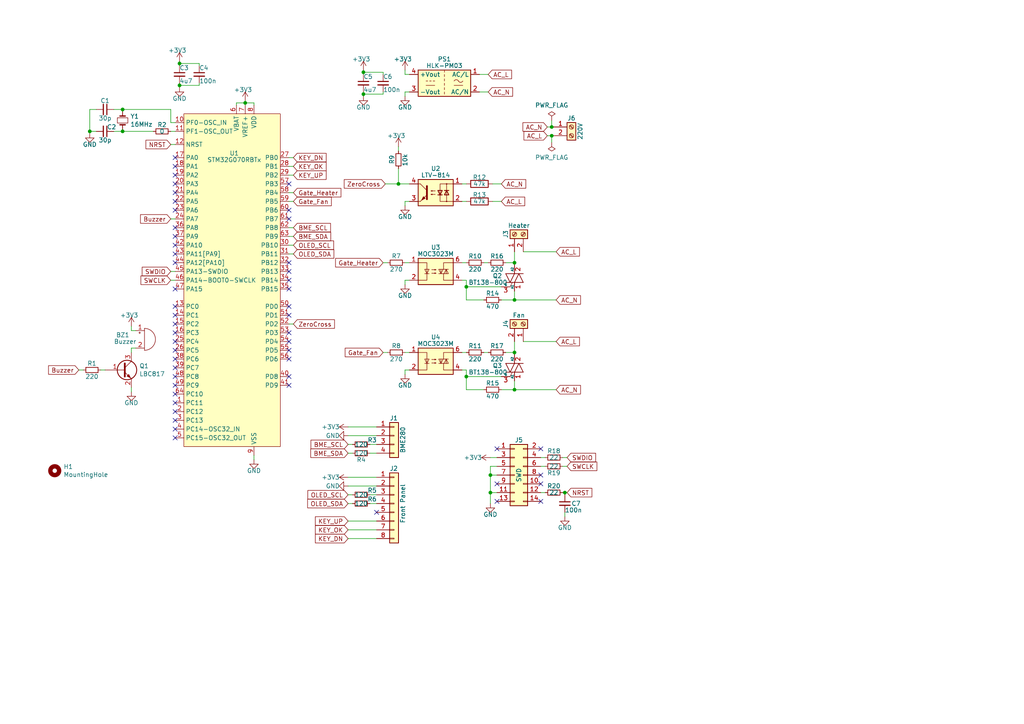
<source format=kicad_sch>
(kicad_sch (version 20230121) (generator eeschema)
  (paper "A4")
  (lib_symbols
    (symbol "Connector:Screw_Terminal_01x02" (pin_names (offset 1.016) hide)
      (property "Reference" "J" (at 0 2.54 0))
      (property "Value" "Screw_Terminal_01x02" (at 0 -5.08 0))
      (symbol "Screw_Terminal_01x02_1_1"
        (rectangle (start -1.27 1.27) (end 1.27 -3.81) (stroke (width 0.254)) (fill (type background)))
        (circle (center 0 -2.54) (radius 0.635) (stroke (width 0.1524)))
        (polyline (pts (xy -0.5334 -2.2098) (xy 0.3302 -3.048)) (stroke (width 0.1524)))
        (polyline (pts (xy -0.5334 0.3302) (xy 0.3302 -0.508)) (stroke (width 0.1524)))
        (polyline (pts (xy -0.3556 -2.032) (xy 0.508 -2.8702)) (stroke (width 0.1524)))
        (polyline (pts (xy -0.3556 0.508) (xy 0.508 -0.3302)) (stroke (width 0.1524)))
        (circle (center 0 0) (radius 0.635) (stroke (width 0.1524)))
        (pin passive line (at -5.08 0 0) (length 3.81) (name "Pin_1") (number "1"))
        (pin passive line (at -5.08 -2.54 0) (length 3.81) (name "Pin_2") (number "2"))
      )
    )
    (symbol "Connector_Generic:Conn_01x04" (pin_names (offset 1.016) hide)
      (property "Reference" "J" (at 0 5.08 0))
      (property "Value" "Conn_01x04" (at 0 -7.62 0))
      (symbol "Conn_01x04_1_1"
        (rectangle (start -1.27 -4.953) (end 0 -5.207) (stroke (width 0.1524)))
        (rectangle (start -1.27 -2.413) (end 0 -2.667) (stroke (width 0.1524)))
        (rectangle (start -1.27 0.127) (end 0 -0.127) (stroke (width 0.1524)))
        (rectangle (start -1.27 2.667) (end 0 2.413) (stroke (width 0.1524)))
        (rectangle (start -1.27 3.81) (end 1.27 -6.35) (stroke (width 0.254)) (fill (type background)))
        (pin passive line (at -5.08 2.54 0) (length 3.81) (name "Pin_1") (number "1"))
        (pin passive line (at -5.08 0 0) (length 3.81) (name "Pin_2") (number "2"))
        (pin passive line (at -5.08 -2.54 0) (length 3.81) (name "Pin_3") (number "3"))
        (pin passive line (at -5.08 -5.08 0) (length 3.81) (name "Pin_4") (number "4"))
      )
    )
    (symbol "Connector_Generic:Conn_01x08" (pin_names (offset 1.016) hide)
      (property "Reference" "J" (at 0 10.16 0))
      (property "Value" "Conn_01x08" (at 0 -12.7 0))
      (symbol "Conn_01x08_1_1"
        (rectangle (start -1.27 -10.033) (end 0 -10.287) (stroke (width 0.1524)))
        (rectangle (start -1.27 -7.493) (end 0 -7.747) (stroke (width 0.1524)))
        (rectangle (start -1.27 -4.953) (end 0 -5.207) (stroke (width 0.1524)))
        (rectangle (start -1.27 -2.413) (end 0 -2.667) (stroke (width 0.1524)))
        (rectangle (start -1.27 0.127) (end 0 -0.127) (stroke (width 0.1524)))
        (rectangle (start -1.27 2.667) (end 0 2.413) (stroke (width 0.1524)))
        (rectangle (start -1.27 5.207) (end 0 4.953) (stroke (width 0.1524)))
        (rectangle (start -1.27 7.747) (end 0 7.493) (stroke (width 0.1524)))
        (rectangle (start -1.27 8.89) (end 1.27 -11.43) (stroke (width 0.254)) (fill (type background)))
        (pin passive line (at -5.08 7.62 0) (length 3.81) (name "Pin_1") (number "1"))
        (pin passive line (at -5.08 5.08 0) (length 3.81) (name "Pin_2") (number "2"))
        (pin passive line (at -5.08 2.54 0) (length 3.81) (name "Pin_3") (number "3"))
        (pin passive line (at -5.08 0 0) (length 3.81) (name "Pin_4") (number "4"))
        (pin passive line (at -5.08 -2.54 0) (length 3.81) (name "Pin_5") (number "5"))
        (pin passive line (at -5.08 -5.08 0) (length 3.81) (name "Pin_6") (number "6"))
        (pin passive line (at -5.08 -7.62 0) (length 3.81) (name "Pin_7") (number "7"))
        (pin passive line (at -5.08 -10.16 0) (length 3.81) (name "Pin_8") (number "8"))
      )
    )
    (symbol "Connector_Generic:Conn_02x07_Odd_Even" (pin_names (offset 1.016) hide)
      (property "Reference" "J" (at 1.27 10.16 0))
      (property "Value" "Conn_02x07_Odd_Even" (at 1.27 -10.16 0))
      (symbol "Conn_02x07_Odd_Even_1_1"
        (rectangle (start -1.27 -7.493) (end 0 -7.747) (stroke (width 0.1524)))
        (rectangle (start -1.27 -4.953) (end 0 -5.207) (stroke (width 0.1524)))
        (rectangle (start -1.27 -2.413) (end 0 -2.667) (stroke (width 0.1524)))
        (rectangle (start -1.27 0.127) (end 0 -0.127) (stroke (width 0.1524)))
        (rectangle (start -1.27 2.667) (end 0 2.413) (stroke (width 0.1524)))
        (rectangle (start -1.27 5.207) (end 0 4.953) (stroke (width 0.1524)))
        (rectangle (start -1.27 7.747) (end 0 7.493) (stroke (width 0.1524)))
        (rectangle (start -1.27 8.89) (end 3.81 -8.89) (stroke (width 0.254)) (fill (type background)))
        (rectangle (start 3.81 -7.493) (end 2.54 -7.747) (stroke (width 0.1524)))
        (rectangle (start 3.81 -4.953) (end 2.54 -5.207) (stroke (width 0.1524)))
        (rectangle (start 3.81 -2.413) (end 2.54 -2.667) (stroke (width 0.1524)))
        (rectangle (start 3.81 0.127) (end 2.54 -0.127) (stroke (width 0.1524)))
        (rectangle (start 3.81 2.667) (end 2.54 2.413) (stroke (width 0.1524)))
        (rectangle (start 3.81 5.207) (end 2.54 4.953) (stroke (width 0.1524)))
        (rectangle (start 3.81 7.747) (end 2.54 7.493) (stroke (width 0.1524)))
        (pin passive line (at -5.08 7.62 0) (length 3.81) (name "Pin_1") (number "1"))
        (pin passive line (at 7.62 -2.54 180) (length 3.81) (name "Pin_10") (number "10"))
        (pin passive line (at -5.08 -5.08 0) (length 3.81) (name "Pin_11") (number "11"))
        (pin passive line (at 7.62 -5.08 180) (length 3.81) (name "Pin_12") (number "12"))
        (pin passive line (at -5.08 -7.62 0) (length 3.81) (name "Pin_13") (number "13"))
        (pin passive line (at 7.62 -7.62 180) (length 3.81) (name "Pin_14") (number "14"))
        (pin passive line (at 7.62 7.62 180) (length 3.81) (name "Pin_2") (number "2"))
        (pin passive line (at -5.08 5.08 0) (length 3.81) (name "Pin_3") (number "3"))
        (pin passive line (at 7.62 5.08 180) (length 3.81) (name "Pin_4") (number "4"))
        (pin passive line (at -5.08 2.54 0) (length 3.81) (name "Pin_5") (number "5"))
        (pin passive line (at 7.62 2.54 180) (length 3.81) (name "Pin_6") (number "6"))
        (pin passive line (at -5.08 0 0) (length 3.81) (name "Pin_7") (number "7"))
        (pin passive line (at 7.62 0 180) (length 3.81) (name "Pin_8") (number "8"))
        (pin passive line (at -5.08 -2.54 0) (length 3.81) (name "Pin_9") (number "9"))
      )
    )
    (symbol "Converter_ACDC:HLK-PM03"
      (property "Reference" "PS" (at 0 5.08 0))
      (property "Value" "HLK-PM03" (at 0 -5.08 0))
      (symbol "HLK-PM03_0_1"
        (rectangle (start -7.62 3.81) (end 7.62 -3.81) (stroke (width 0.254)) (fill (type background)))
        (arc (start -5.334 0.635) (mid -4.699 0.2495) (end -4.064 0.635))
        (arc (start -2.794 0.635) (mid -3.429 1.0072) (end -4.064 0.635))
        (polyline (pts (xy -5.334 -0.635) (xy -2.794 -0.635)))
        (polyline (pts (xy 0 -2.54) (xy 0 -3.175)))
        (polyline (pts (xy 0 -1.27) (xy 0 -1.905)))
        (polyline (pts (xy 0 0) (xy 0 -0.635)))
        (polyline (pts (xy 0 1.27) (xy 0 0.635)))
        (polyline (pts (xy 0 2.54) (xy 0 1.905)))
        (polyline (pts (xy 0 3.81) (xy 0 3.175)))
        (polyline (pts (xy 2.794 -0.635) (xy 5.334 -0.635)))
        (polyline (pts (xy 2.794 0.635) (xy 3.302 0.635)))
        (polyline (pts (xy 3.81 0.635) (xy 4.318 0.635)))
        (polyline (pts (xy 4.826 0.635) (xy 5.334 0.635)))
      )
      (symbol "HLK-PM03_1_1"
        (pin power_in line (at -10.16 2.54 0) (length 2.54) (name "AC/L") (number "1"))
        (pin power_in line (at -10.16 -2.54 0) (length 2.54) (name "AC/N") (number "2"))
        (pin power_out line (at 10.16 -2.54 180) (length 2.54) (name "-Vout") (number "3"))
        (pin power_out line (at 10.16 2.54 180) (length 2.54) (name "+Vout") (number "4"))
      )
    )
    (symbol "Device:Buzzer" (pin_names (offset 0.0254) hide)
      (property "Reference" "BZ" (at 3.81 1.27 0))
      (property "Value" "Buzzer" (at 3.81 -1.27 0))
      (symbol "Buzzer_0_1"
        (arc (start 0 -3.175) (mid 3.1612 0) (end 0 3.175))
        (polyline (pts (xy -1.651 1.905) (xy -1.143 1.905)))
        (polyline (pts (xy -1.397 2.159) (xy -1.397 1.651)))
        (polyline (pts (xy 0 3.175) (xy 0 -3.175)))
      )
      (symbol "Buzzer_1_1"
        (pin passive line (at -2.54 2.54 0) (length 2.54) (name "-") (number "1"))
        (pin passive line (at -2.54 -2.54 0) (length 2.54) (name "+") (number "2"))
      )
    )
    (symbol "Device:C_Small" (pin_numbers hide) (pin_names (offset 0.254) hide)
      (property "Reference" "C" (at 0.254 1.778 0))
      (property "Value" "C_Small" (at 0.254 -2.032 0))
      (symbol "C_Small_0_1"
        (polyline (pts (xy -1.524 -0.508) (xy 1.524 -0.508)) (stroke (width 0.3302)))
        (polyline (pts (xy -1.524 0.508) (xy 1.524 0.508)) (stroke (width 0.3048)))
      )
      (symbol "C_Small_1_1"
        (pin passive line (at 0 2.54 270) (length 2.032) (name "~") (number "1"))
        (pin passive line (at 0 -2.54 90) (length 2.032) (name "~") (number "2"))
      )
    )
    (symbol "Device:Crystal_Small" (pin_numbers hide) (pin_names (offset 1.016) hide)
      (property "Reference" "Y" (at 0 2.54 0))
      (property "Value" "Crystal_Small" (at 0 -2.54 0))
      (symbol "Crystal_Small_0_1"
        (rectangle (start -0.762 -1.524) (end 0.762 1.524))
        (polyline (pts (xy -1.27 -0.762) (xy -1.27 0.762)) (stroke (width 0.381)))
        (polyline (pts (xy 1.27 -0.762) (xy 1.27 0.762)) (stroke (width 0.381)))
      )
      (symbol "Crystal_Small_1_1"
        (pin passive line (at -2.54 0 0) (length 1.27) (name "1") (number "1"))
        (pin passive line (at 2.54 0 180) (length 1.27) (name "2") (number "2"))
      )
    )
    (symbol "Device:Q_NPN_BEC" (pin_names (offset 0) hide)
      (property "Reference" "Q" (at 5.08 1.27 0))
      (property "Value" "Q_NPN_BEC" (at 5.08 -1.27 0))
      (symbol "Q_NPN_BEC_0_1"
        (polyline (pts (xy 0.635 0.635) (xy 2.54 2.54)))
        (polyline (pts (xy 0.635 -0.635) (xy 2.54 -2.54) (xy 2.54 -2.54)))
        (polyline (pts (xy 0.635 1.905) (xy 0.635 -1.905) (xy 0.635 -1.905)) (stroke (width 0.508)))
        (polyline (pts (xy 1.27 -1.778) (xy 1.778 -1.27) (xy 2.286 -2.286) (xy 1.27 -1.778) (xy 1.27 -1.778)) (fill (type outline)))
        (circle (center 1.27 0) (radius 2.8194) (stroke (width 0.254)))
      )
      (symbol "Q_NPN_BEC_1_1"
        (pin input line (at -5.08 0 0) (length 5.715) (name "B") (number "1"))
        (pin passive line (at 2.54 -5.08 90) (length 2.54) (name "E") (number "2"))
        (pin passive line (at 2.54 5.08 270) (length 2.54) (name "C") (number "3"))
      )
    )
    (symbol "Device:R" (pin_numbers hide) (pin_names (offset 0))
      (property "Reference" "R" (at 2.032 0 90))
      (property "Value" "R" (at 0 0 90))
      (symbol "R_0_1"
        (rectangle (start -1.016 -2.54) (end 1.016 2.54) (stroke (width 0.254)))
      )
      (symbol "R_1_1"
        (pin passive line (at 0 3.81 270) (length 1.27) (name "~") (number "1"))
        (pin passive line (at 0 -3.81 90) (length 1.27) (name "~") (number "2"))
      )
    )
    (symbol "Device:R_Small" (pin_numbers hide) (pin_names (offset 0.254) hide)
      (property "Reference" "R" (at 0.762 0.508 0))
      (property "Value" "R_Small" (at 0.762 -1.016 0))
      (symbol "R_Small_0_1"
        (rectangle (start -0.762 1.778) (end 0.762 -1.778) (stroke (width 0.2032)))
      )
      (symbol "R_Small_1_1"
        (pin passive line (at 0 2.54 270) (length 0.762) (name "~") (number "1"))
        (pin passive line (at 0 -2.54 90) (length 0.762) (name "~") (number "2"))
      )
    )
    (symbol "Isolator:LTV-814" (pin_names (offset 1.016))
      (property "Reference" "U" (at -5.08 5.08 0))
      (property "Value" "LTV-814" (at 0 5.08 0))
      (symbol "LTV-814_0_1"
        (rectangle (start -5.08 3.81) (end 5.08 -3.81) (stroke (width 0.254)) (fill (type background)))
        (circle (center -3.175 -2.54) (radius 0.127))
        (circle (center -3.175 2.54) (radius 0.127))
        (polyline (pts (xy -3.175 2.54) (xy -3.175 -2.54)))
        (polyline (pts (xy -1.905 -0.635) (xy -0.635 -0.635)) (stroke (width 0.254)))
        (polyline (pts (xy 2.54 0.635) (xy 4.445 2.54)))
        (polyline (pts (xy 4.445 -2.54) (xy 2.54 -0.635)) (fill (type outline)))
        (polyline (pts (xy 4.445 -2.54) (xy 5.08 -2.54)))
        (polyline (pts (xy 4.445 2.54) (xy 5.08 2.54)))
        (polyline (pts (xy -5.08 2.54) (xy -1.27 2.54) (xy -1.27 -0.762)))
        (polyline (pts (xy -1.27 -0.635) (xy -1.27 -2.54) (xy -5.08 -2.54)))
        (polyline (pts (xy 2.54 1.905) (xy 2.54 -1.905) (xy 2.54 -1.905)) (stroke (width 0.508)))
        (polyline (pts (xy -1.27 -0.635) (xy -1.905 0.635) (xy -0.635 0.635) (xy -1.27 -0.635)) (stroke (width 0.254)))
        (polyline (pts (xy 0.127 -0.508) (xy 1.397 -0.508) (xy 1.016 -0.635) (xy 1.016 -0.381) (xy 1.397 -0.508)))
        (polyline (pts (xy 0.127 0.508) (xy 1.397 0.508) (xy 1.016 0.381) (xy 1.016 0.635) (xy 1.397 0.508)))
        (polyline (pts (xy 3.048 -1.651) (xy 3.556 -1.143) (xy 4.064 -2.159) (xy 3.048 -1.651) (xy 3.048 -1.651)) (fill (type outline)))
      )
      (symbol "LTV-814_1_1"
        (polyline (pts (xy -3.81 0.635) (xy -2.54 0.635)) (stroke (width 0.254)))
        (polyline (pts (xy -3.175 0.635) (xy -3.81 -0.635) (xy -2.54 -0.635) (xy -3.175 0.635)) (stroke (width 0.254)))
        (pin passive line (at -7.62 2.54 0) (length 2.54) (name "~") (number "1"))
        (pin passive line (at -7.62 -2.54 0) (length 2.54) (name "~") (number "2"))
        (pin passive line (at 7.62 -2.54 180) (length 2.54) (name "~") (number "3"))
        (pin passive line (at 7.62 2.54 180) (length 2.54) (name "~") (number "4"))
      )
    )
    (symbol "Mechanical:MountingHole" (pin_names (offset 1.016))
      (property "Reference" "H" (at 0 5.08 0))
      (property "Value" "MountingHole" (at 0 3.175 0))
      (symbol "MountingHole_0_1"
        (circle (center 0 0) (radius 1.27) (stroke (width 1.27)))
      )
    )
    (symbol "Relay_SolidState:MOC3023M"
      (property "Reference" "U" (at -5.334 4.826 0))
      (property "Value" "MOC3023M" (at 0 5.08 0))
      (symbol "MOC3023M_0_1"
        (rectangle (start -5.08 3.81) (end 5.08 -3.81) (stroke (width 0.254)) (fill (type background)))
        (polyline (pts (xy -3.175 -0.635) (xy -1.905 -0.635)))
        (polyline (pts (xy 1.524 -0.635) (xy 1.524 0.635)))
        (polyline (pts (xy 3.048 0.635) (xy 3.048 -0.635)))
        (polyline (pts (xy 2.286 -0.635) (xy 2.286 -2.54) (xy 5.08 -2.54)))
        (polyline (pts (xy 2.286 0.635) (xy 2.286 2.54) (xy 5.08 2.54)))
        (polyline (pts (xy -5.08 2.54) (xy -2.54 2.54) (xy -2.54 -2.54) (xy -5.08 -2.54)))
        (polyline (pts (xy -2.54 -0.635) (xy -3.175 0.635) (xy -1.905 0.635) (xy -2.54 -0.635)))
        (polyline (pts (xy 0.889 -0.635) (xy 3.683 -0.635) (xy 3.048 0.635) (xy 2.413 -0.635)))
        (polyline (pts (xy 3.683 0.635) (xy 0.889 0.635) (xy 1.524 -0.635) (xy 2.159 0.635)))
        (polyline (pts (xy -1.143 -0.508) (xy 0.127 -0.508) (xy -0.254 -0.635) (xy -0.254 -0.381) (xy 0.127 -0.508)))
        (polyline (pts (xy -1.143 0.508) (xy 0.127 0.508) (xy -0.254 0.381) (xy -0.254 0.635) (xy 0.127 0.508)))
      )
      (symbol "MOC3023M_1_1"
        (pin passive line (at -7.62 2.54 0) (length 2.54) (name "~") (number "1"))
        (pin passive line (at -7.62 -2.54 0) (length 2.54) (name "~") (number "2"))
        (pin no_connect line (at -5.08 0 0) (length 2.54) hide (name "NC") (number "3"))
        (pin passive line (at 7.62 -2.54 180) (length 2.54) (name "~") (number "4"))
        (pin no_connect line (at 5.08 0 180) (length 2.54) hide (name "NC") (number "5"))
        (pin passive line (at 7.62 2.54 180) (length 2.54) (name "~") (number "6"))
      )
    )
    (symbol "Triac_Thyristor:BT138-800" (pin_names (offset 0))
      (property "Reference" "Q" (at 5.08 1.905 0))
      (property "Value" "BT138-800" (at 5.08 0 0))
      (symbol "BT138-800_0_1"
        (polyline (pts (xy -2.54 -1.27) (xy 2.54 -1.27)) (stroke (width 0.2032)))
        (polyline (pts (xy -2.54 1.27) (xy 2.54 1.27)) (stroke (width 0.2032)))
        (polyline (pts (xy -1.27 -2.54) (xy -0.635 -1.27)))
        (polyline (pts (xy -2.54 1.27) (xy -1.27 -1.27) (xy 0 1.27)) (stroke (width 0.2032)))
        (polyline (pts (xy 0 -1.27) (xy 1.27 1.27) (xy 2.54 -1.27)) (stroke (width 0.2032)))
      )
      (symbol "BT138-800_1_1"
        (pin passive line (at 0 -3.81 90) (length 2.54) (name "A1") (number "1"))
        (pin passive line (at 0 3.81 270) (length 2.54) (name "A2") (number "2"))
        (pin input line (at -3.81 -2.54 0) (length 2.54) (name "G") (number "3"))
      )
    )
    (symbol "my_additions:STM32G070RBTx"
      (property "Reference" "U" (at -13.97 49.53 0))
      (property "Value" "STM32G070RBTx" (at -8.255 34.29 0))
      (symbol "STM32G070RBTx_0_1"
        (rectangle (start -13.97 48.26) (end 13.97 -48.26) (fill (type background)))
      )
      (symbol "STM32G070RBTx_1_1"
        (pin bidirectional line (at -16.51 -35.56 0) (length 2.54) (name "PC11") (number "1"))
        (pin bidirectional line (at -16.51 45.72 0) (length 2.54) (name "PF0-OSC_IN") (number "10"))
        (pin bidirectional line (at -16.51 43.18 0) (length 2.54) (name "PF1-OSC_OUT") (number "11"))
        (pin input line (at -16.51 39.37 0) (length 2.54) (name "NRST") (number "12"))
        (pin bidirectional line (at -16.51 -7.62 0) (length 2.54) (name "PC0") (number "13"))
        (pin bidirectional line (at -16.51 -10.16 0) (length 2.54) (name "PC1") (number "14"))
        (pin bidirectional line (at -16.51 -12.7 0) (length 2.54) (name "PC2") (number "15"))
        (pin bidirectional line (at -16.51 -15.24 0) (length 2.54) (name "PC3") (number "16"))
        (pin bidirectional line (at -16.51 35.56 0) (length 2.54) (name "PA0") (number "17"))
        (pin bidirectional line (at -16.51 33.02 0) (length 2.54) (name "PA1") (number "18"))
        (pin bidirectional line (at -16.51 30.48 0) (length 2.54) (name "PA2") (number "19"))
        (pin bidirectional line (at -16.51 -38.1 0) (length 2.54) (name "PC12") (number "2"))
        (pin bidirectional line (at -16.51 27.94 0) (length 2.54) (name "PA3") (number "20"))
        (pin bidirectional line (at -16.51 25.4 0) (length 2.54) (name "PA4") (number "21"))
        (pin bidirectional line (at -16.51 22.86 0) (length 2.54) (name "PA5") (number "22"))
        (pin bidirectional line (at -16.51 20.32 0) (length 2.54) (name "PA6") (number "23"))
        (pin bidirectional line (at -16.51 17.78 0) (length 2.54) (name "PA7") (number "24"))
        (pin bidirectional line (at -16.51 -17.78 0) (length 2.54) (name "PC4") (number "25"))
        (pin bidirectional line (at -16.51 -20.32 0) (length 2.54) (name "PC5") (number "26"))
        (pin bidirectional line (at 16.51 35.56 180) (length 2.54) (name "PB0") (number "27"))
        (pin bidirectional line (at 16.51 33.02 180) (length 2.54) (name "PB1") (number "28"))
        (pin bidirectional line (at 16.51 30.48 180) (length 2.54) (name "PB2") (number "29"))
        (pin bidirectional line (at -16.51 -40.64 0) (length 2.54) (name "PC13") (number "3"))
        (pin bidirectional line (at 16.51 10.16 180) (length 2.54) (name "PB10") (number "30"))
        (pin bidirectional line (at 16.51 7.62 180) (length 2.54) (name "PB11") (number "31"))
        (pin bidirectional line (at 16.51 5.08 180) (length 2.54) (name "PB12") (number "32"))
        (pin bidirectional line (at 16.51 2.54 180) (length 2.54) (name "PB13") (number "33"))
        (pin bidirectional line (at 16.51 0 180) (length 2.54) (name "PB14") (number "34"))
        (pin bidirectional line (at 16.51 -2.54 180) (length 2.54) (name "PB15") (number "35"))
        (pin bidirectional line (at -16.51 15.24 0) (length 2.54) (name "PA8") (number "36"))
        (pin bidirectional line (at -16.51 12.7 0) (length 2.54) (name "PA9") (number "37"))
        (pin bidirectional line (at -16.51 -22.86 0) (length 2.54) (name "PC6") (number "38"))
        (pin bidirectional line (at -16.51 -25.4 0) (length 2.54) (name "PC7") (number "39"))
        (pin bidirectional line (at -16.51 -43.18 0) (length 2.54) (name "PC14-OSC32_IN") (number "4"))
        (pin bidirectional line (at 16.51 -27.94 180) (length 2.54) (name "PD8") (number "40"))
        (pin bidirectional line (at 16.51 -30.48 180) (length 2.54) (name "PD9") (number "41"))
        (pin bidirectional line (at -16.51 10.16 0) (length 2.54) (name "PA10") (number "42"))
        (pin bidirectional line (at -16.51 7.62 0) (length 2.54) (name "PA11[PA9]") (number "43"))
        (pin bidirectional line (at -16.51 5.08 0) (length 2.54) (name "PA12[PA10]") (number "44"))
        (pin bidirectional line (at -16.51 2.54 0) (length 2.54) (name "PA13-SWDIO") (number "45"))
        (pin bidirectional line (at -16.51 0 0) (length 2.54) (name "PA14-BOOT0-SWCLK") (number "46"))
        (pin bidirectional line (at -16.51 -2.54 0) (length 2.54) (name "PA15") (number "47"))
        (pin bidirectional line (at -16.51 -27.94 0) (length 2.54) (name "PC8") (number "48"))
        (pin bidirectional line (at -16.51 -30.48 0) (length 2.54) (name "PC9") (number "49"))
        (pin bidirectional line (at -16.51 -45.72 0) (length 2.54) (name "PC15-OSC32_OUT") (number "5"))
        (pin bidirectional line (at 16.51 -7.62 180) (length 2.54) (name "PD0") (number "50"))
        (pin bidirectional line (at 16.51 -10.16 180) (length 2.54) (name "PD1") (number "51"))
        (pin bidirectional line (at 16.51 -12.7 180) (length 2.54) (name "PD2") (number "52"))
        (pin bidirectional line (at 16.51 -15.24 180) (length 2.54) (name "PD3") (number "53"))
        (pin bidirectional line (at 16.51 -17.78 180) (length 2.54) (name "PD4") (number "54"))
        (pin bidirectional line (at 16.51 -20.32 180) (length 2.54) (name "PD5") (number "55"))
        (pin bidirectional line (at 16.51 -22.86 180) (length 2.54) (name "PD6") (number "56"))
        (pin bidirectional line (at 16.51 27.94 180) (length 2.54) (name "PB3") (number "57"))
        (pin bidirectional line (at 16.51 25.4 180) (length 2.54) (name "PB4") (number "58"))
        (pin bidirectional line (at 16.51 22.86 180) (length 2.54) (name "PB5") (number "59"))
        (pin power_in line (at 1.27 50.8 270) (length 2.54) (name "VBAT") (number "6"))
        (pin bidirectional line (at 16.51 20.32 180) (length 2.54) (name "PB6") (number "60"))
        (pin bidirectional line (at 16.51 17.78 180) (length 2.54) (name "PB7") (number "61"))
        (pin bidirectional line (at 16.51 15.24 180) (length 2.54) (name "PB8") (number "62"))
        (pin bidirectional line (at 16.51 12.7 180) (length 2.54) (name "PB9") (number "63"))
        (pin bidirectional line (at -16.51 -33.02 0) (length 2.54) (name "PC10") (number "64"))
        (pin input line (at 3.81 50.8 270) (length 2.54) (name "VREF+") (number "7"))
        (pin power_in line (at 6.35 50.8 270) (length 2.54) (name "VDD") (number "8"))
        (pin power_in line (at 6.35 -50.8 90) (length 2.54) (name "VSS") (number "9"))
      )
    )
    (symbol "power:+3V3" (power) (pin_names (offset 0))
      (property "Value" "+3V3" (at 0 3.556 0))
      (symbol "+3V3_0_1"
        (polyline (pts (xy -0.762 1.27) (xy 0 2.54)))
        (polyline (pts (xy 0 0) (xy 0 2.54)))
        (polyline (pts (xy 0 2.54) (xy 0.762 1.27)))
      )
      (symbol "+3V3_1_1"
        (pin power_in line (at 0 0 90) (length 0) hide (name "+3V3") (number "1"))
      )
    )
    (symbol "power:GND" (power) (pin_names (offset 0))
      (property "Value" "GND" (at 0 -3.81 0))
      (symbol "GND_0_1"
        (polyline (pts (xy 0 0) (xy 0 -1.27) (xy 1.27 -1.27) (xy 0 -2.54) (xy -1.27 -1.27) (xy 0 -1.27)))
      )
      (symbol "GND_1_1"
        (pin power_in line (at 0 0 270) (length 0) hide (name "GND") (number "1"))
      )
    )
    (symbol "power:PWR_FLAG" (power) (pin_numbers hide) (pin_names (offset 0) hide)
      (property "Value" "PWR_FLAG" (at 0 3.81 0))
      (symbol "PWR_FLAG_0_0"
        (pin power_out line (at 0 0 90) (length 0) (name "pwr") (number "1"))
      )
      (symbol "PWR_FLAG_0_1"
        (polyline (pts (xy 0 0) (xy 0 1.27) (xy -1.016 1.905) (xy 0 2.54) (xy 1.016 1.905) (xy 0 1.27)))
      )
    )
  )
  (junction (at 163.83 142.875))
  (junction (at 149.225 86.995))
  (junction (at 52.07 18.415))
  (junction (at 35.56 31.75))
  (junction (at 160.02 39.37))
  (junction (at 149.225 113.03))
  (junction (at 149.225 102.235))
  (junction (at 142.24 137.795))
  (junction (at 115.57 53.34))
  (junction (at 142.24 142.875))
  (junction (at 135.255 109.22))
  (junction (at 26.035 38.1))
  (junction (at 105.41 27.305))
  (junction (at 160.02 36.83))
  (junction (at 105.41 20.955))
  (junction (at 35.56 38.1))
  (junction (at 52.07 24.765))
  (junction (at 149.225 76.2))
  (junction (at 71.12 29.845))
  (junction (at 135.255 83.185))
  (no_connect (at 50.8 88.9))
  (no_connect (at 50.8 96.52))
  (no_connect (at 50.8 124.46))
  (no_connect (at 156.845 145.415))
  (no_connect (at 83.82 99.06))
  (no_connect (at 83.82 63.5))
  (no_connect (at 109.22 148.59))
  (no_connect (at 83.82 96.52))
  (no_connect (at 83.82 83.82))
  (no_connect (at 83.82 81.28))
  (no_connect (at 144.145 145.415))
  (no_connect (at 50.8 114.3))
  (no_connect (at 83.82 53.34))
  (no_connect (at 50.8 66.04))
  (no_connect (at 50.8 121.92))
  (no_connect (at 50.8 109.22))
  (no_connect (at 50.8 48.26))
  (no_connect (at 50.8 71.12))
  (no_connect (at 83.82 76.2))
  (no_connect (at 50.8 83.82))
  (no_connect (at 50.8 76.2))
  (no_connect (at 50.8 68.58))
  (no_connect (at 50.8 55.88))
  (no_connect (at 83.82 91.44))
  (no_connect (at 83.82 101.6))
  (no_connect (at 50.8 111.76))
  (no_connect (at 156.845 130.175))
  (no_connect (at 50.8 101.6))
  (no_connect (at 83.82 60.96))
  (no_connect (at 50.8 60.96))
  (no_connect (at 83.82 109.22))
  (no_connect (at 83.82 78.74))
  (no_connect (at 50.8 93.98))
  (no_connect (at 50.8 99.06))
  (no_connect (at 83.82 104.14))
  (no_connect (at 156.845 140.335))
  (no_connect (at 83.82 88.9))
  (no_connect (at 50.8 58.42))
  (no_connect (at 156.845 137.795))
  (no_connect (at 50.8 50.8))
  (no_connect (at 50.8 73.66))
  (no_connect (at 144.145 140.335))
  (no_connect (at 50.8 116.84))
  (no_connect (at 50.8 53.34))
  (no_connect (at 50.8 91.44))
  (no_connect (at 50.8 119.38))
  (no_connect (at 144.145 130.175))
  (no_connect (at 50.8 106.68))
  (no_connect (at 50.8 45.72))
  (no_connect (at 83.82 111.76))
  (no_connect (at 50.8 127))
  (no_connect (at 50.8 104.14))
  (wire (pts (xy 52.07 24.765) (xy 52.07 25.4)))
  (wire (pts (xy 100.965 138.43) (xy 109.22 138.43)))
  (wire (pts (xy 135.255 58.42) (xy 133.985 58.42)))
  (wire (pts (xy 118.745 21.59) (xy 117.475 21.59)))
  (wire (pts (xy 38.1 113.665) (xy 38.1 112.395)))
  (wire (pts (xy 107.315 131.445) (xy 109.22 131.445)))
  (wire (pts (xy 142.24 137.795) (xy 142.24 142.875)))
  (wire (pts (xy 160.02 41.275) (xy 160.02 39.37)))
  (wire (pts (xy 117.475 81.28) (xy 118.745 81.28)))
  (wire (pts (xy 139.065 21.59) (xy 141.605 21.59)))
  (wire (pts (xy 158.115 132.715) (xy 156.845 132.715)))
  (wire (pts (xy 135.255 83.185) (xy 135.255 81.28)))
  (wire (pts (xy 149.225 113.03) (xy 161.29 113.03)))
  (wire (pts (xy 35.56 31.75) (xy 49.53 31.75)))
  (wire (pts (xy 144.145 142.875) (xy 142.24 142.875)))
  (wire (pts (xy 111.125 27.305) (xy 105.41 27.305)))
  (wire (pts (xy 105.41 27.305) (xy 105.41 27.94)))
  (wire (pts (xy 160.02 36.83) (xy 160.655 36.83)))
  (wire (pts (xy 85.09 68.58) (xy 83.82 68.58)))
  (wire (pts (xy 117.475 58.42) (xy 117.475 59.69)))
  (wire (pts (xy 118.745 58.42) (xy 117.475 58.42)))
  (wire (pts (xy 160.02 39.37) (xy 160.655 39.37)))
  (wire (pts (xy 163.195 132.715) (xy 164.465 132.715)))
  (wire (pts (xy 135.255 109.22) (xy 135.255 107.315)))
  (wire (pts (xy 49.53 78.74) (xy 50.8 78.74)))
  (wire (pts (xy 117.475 107.315) (xy 118.745 107.315)))
  (wire (pts (xy 145.415 86.995) (xy 149.225 86.995)))
  (wire (pts (xy 33.02 31.75) (xy 35.56 31.75)))
  (wire (pts (xy 29.21 107.315) (xy 30.48 107.315)))
  (wire (pts (xy 107.315 143.51) (xy 109.22 143.51)))
  (wire (pts (xy 105.41 20.955) (xy 105.41 20.32)))
  (wire (pts (xy 33.02 38.1) (xy 35.56 38.1)))
  (wire (pts (xy 85.09 50.8) (xy 83.82 50.8)))
  (wire (pts (xy 144.145 135.255) (xy 142.24 135.255)))
  (wire (pts (xy 100.965 156.21) (xy 109.22 156.21)))
  (wire (pts (xy 111.76 53.34) (xy 115.57 53.34)))
  (wire (pts (xy 35.56 32.385) (xy 35.56 31.75)))
  (wire (pts (xy 26.035 38.735) (xy 26.035 38.1)))
  (wire (pts (xy 85.09 73.66) (xy 83.82 73.66)))
  (wire (pts (xy 149.225 102.235) (xy 149.225 99.06)))
  (wire (pts (xy 27.94 38.1) (xy 26.035 38.1)))
  (wire (pts (xy 118.745 26.67) (xy 117.475 26.67)))
  (wire (pts (xy 85.09 66.04) (xy 83.82 66.04)))
  (wire (pts (xy 140.335 102.235) (xy 141.605 102.235)))
  (wire (pts (xy 49.53 41.91) (xy 50.8 41.91)))
  (wire (pts (xy 85.09 45.72) (xy 83.82 45.72)))
  (wire (pts (xy 39.37 95.885) (xy 38.1 95.885)))
  (wire (pts (xy 158.75 36.83) (xy 160.02 36.83)))
  (wire (pts (xy 158.115 135.255) (xy 156.845 135.255)))
  (wire (pts (xy 49.53 31.75) (xy 49.53 35.56)))
  (wire (pts (xy 118.745 53.34) (xy 115.57 53.34)))
  (wire (pts (xy 163.195 135.255) (xy 164.465 135.255)))
  (wire (pts (xy 149.225 113.03) (xy 149.225 110.49)))
  (wire (pts (xy 135.255 53.34) (xy 133.985 53.34)))
  (wire (pts (xy 117.475 102.235) (xy 118.745 102.235)))
  (wire (pts (xy 49.53 35.56) (xy 50.8 35.56)))
  (wire (pts (xy 142.24 132.715) (xy 144.145 132.715)))
  (wire (pts (xy 145.415 83.185) (xy 135.255 83.185)))
  (wire (pts (xy 111.125 26.67) (xy 111.125 27.305)))
  (wire (pts (xy 35.56 38.1) (xy 44.45 38.1)))
  (wire (pts (xy 38.1 100.965) (xy 39.37 100.965)))
  (wire (pts (xy 117.475 108.585) (xy 117.475 107.315)))
  (wire (pts (xy 85.09 71.12) (xy 83.82 71.12)))
  (wire (pts (xy 49.53 81.28) (xy 50.8 81.28)))
  (wire (pts (xy 100.965 143.51) (xy 102.235 143.51)))
  (wire (pts (xy 163.83 142.875) (xy 164.465 142.875)))
  (wire (pts (xy 133.985 76.2) (xy 135.255 76.2)))
  (wire (pts (xy 142.24 135.255) (xy 142.24 137.795)))
  (wire (pts (xy 144.145 137.795) (xy 142.24 137.795)))
  (wire (pts (xy 149.225 76.2) (xy 149.225 76.835)))
  (wire (pts (xy 83.82 93.98) (xy 85.09 93.98)))
  (wire (pts (xy 85.09 55.88) (xy 83.82 55.88)))
  (wire (pts (xy 52.07 18.415) (xy 52.07 17.78)))
  (wire (pts (xy 135.255 113.03) (xy 135.255 109.22)))
  (wire (pts (xy 100.965 146.05) (xy 102.235 146.05)))
  (wire (pts (xy 163.83 148.59) (xy 163.83 149.86)))
  (wire (pts (xy 140.335 86.995) (xy 135.255 86.995)))
  (wire (pts (xy 145.415 113.03) (xy 149.225 113.03)))
  (wire (pts (xy 160.02 34.925) (xy 160.02 36.83)))
  (wire (pts (xy 100.965 140.97) (xy 109.22 140.97)))
  (wire (pts (xy 38.1 102.235) (xy 38.1 100.965)))
  (wire (pts (xy 149.225 86.995) (xy 149.225 84.455)))
  (wire (pts (xy 57.785 18.415) (xy 52.07 18.415)))
  (wire (pts (xy 111.125 102.235) (xy 112.395 102.235)))
  (wire (pts (xy 35.56 37.465) (xy 35.56 38.1)))
  (wire (pts (xy 100.965 126.365) (xy 109.22 126.365)))
  (wire (pts (xy 49.53 38.1) (xy 50.8 38.1)))
  (wire (pts (xy 117.475 26.67) (xy 117.475 27.94)))
  (wire (pts (xy 49.53 63.5) (xy 50.8 63.5)))
  (wire (pts (xy 145.415 109.22) (xy 135.255 109.22)))
  (wire (pts (xy 149.225 76.2) (xy 149.225 73.025)))
  (wire (pts (xy 158.115 142.875) (xy 156.845 142.875)))
  (wire (pts (xy 117.475 76.2) (xy 118.745 76.2)))
  (wire (pts (xy 68.58 29.845) (xy 71.12 29.845)))
  (wire (pts (xy 68.58 30.48) (xy 68.58 29.845)))
  (wire (pts (xy 57.785 24.765) (xy 52.07 24.765)))
  (wire (pts (xy 85.09 48.26) (xy 83.82 48.26)))
  (wire (pts (xy 26.035 31.75) (xy 27.94 31.75)))
  (wire (pts (xy 100.965 151.13) (xy 109.22 151.13)))
  (wire (pts (xy 151.765 73.025) (xy 161.29 73.025)))
  (wire (pts (xy 158.75 39.37) (xy 160.02 39.37)))
  (wire (pts (xy 100.965 128.905) (xy 102.235 128.905)))
  (wire (pts (xy 73.66 133.35) (xy 73.66 132.08)))
  (wire (pts (xy 52.07 24.13) (xy 52.07 24.765)))
  (wire (pts (xy 71.12 30.48) (xy 71.12 29.845)))
  (wire (pts (xy 85.09 58.42) (xy 83.82 58.42)))
  (wire (pts (xy 22.86 107.315) (xy 24.13 107.315)))
  (wire (pts (xy 140.335 76.2) (xy 141.605 76.2)))
  (wire (pts (xy 117.475 82.55) (xy 117.475 81.28)))
  (wire (pts (xy 145.415 58.42) (xy 142.875 58.42)))
  (wire (pts (xy 38.1 95.885) (xy 38.1 94.615)))
  (wire (pts (xy 107.315 146.05) (xy 109.22 146.05)))
  (wire (pts (xy 111.125 20.955) (xy 105.41 20.955)))
  (wire (pts (xy 100.965 153.67) (xy 109.22 153.67)))
  (wire (pts (xy 135.255 86.995) (xy 135.255 83.185)))
  (wire (pts (xy 26.035 38.1) (xy 26.035 31.75)))
  (wire (pts (xy 149.225 86.995) (xy 161.29 86.995)))
  (wire (pts (xy 107.315 128.905) (xy 109.22 128.905)))
  (wire (pts (xy 151.765 99.06) (xy 161.29 99.06)))
  (wire (pts (xy 115.57 53.34) (xy 115.57 48.895)))
  (wire (pts (xy 71.12 29.845) (xy 73.66 29.845)))
  (wire (pts (xy 146.685 102.235) (xy 149.225 102.235)))
  (wire (pts (xy 57.785 19.05) (xy 57.785 18.415)))
  (wire (pts (xy 139.065 26.67) (xy 141.605 26.67)))
  (wire (pts (xy 105.41 26.67) (xy 105.41 27.305)))
  (wire (pts (xy 135.255 81.28) (xy 133.985 81.28)))
  (wire (pts (xy 52.07 19.05) (xy 52.07 18.415)))
  (wire (pts (xy 111.125 76.2) (xy 112.395 76.2)))
  (wire (pts (xy 140.335 113.03) (xy 135.255 113.03)))
  (wire (pts (xy 133.985 102.235) (xy 135.255 102.235)))
  (wire (pts (xy 142.24 142.875) (xy 142.24 146.05)))
  (wire (pts (xy 135.255 107.315) (xy 133.985 107.315)))
  (wire (pts (xy 146.685 76.2) (xy 149.225 76.2)))
  (wire (pts (xy 71.12 29.21) (xy 71.12 29.845)))
  (wire (pts (xy 73.66 29.845) (xy 73.66 30.48)))
  (wire (pts (xy 100.965 131.445) (xy 102.235 131.445)))
  (wire (pts (xy 115.57 43.815) (xy 115.57 42.545)))
  (wire (pts (xy 149.225 102.235) (xy 149.225 102.87)))
  (wire (pts (xy 100.965 123.825) (xy 109.22 123.825)))
  (wire (pts (xy 117.475 21.59) (xy 117.475 20.32)))
  (wire (pts (xy 145.415 53.34) (xy 142.875 53.34)))
  (wire (pts (xy 163.83 143.51) (xy 163.83 142.875)))
  (wire (pts (xy 163.195 142.875) (xy 163.83 142.875)))
  (wire (pts (xy 57.785 24.13) (xy 57.785 24.765)))
  (wire (pts (xy 111.125 21.59) (xy 111.125 20.955)))
  (wire (pts (xy 105.41 21.59) (xy 105.41 20.955)))
  (global_label "AC_N" (shape input) (at 161.29 113.03 0) (property "Intersheetrefs" "${INTERSHEET_REFS}" (effects hide)))
  (global_label "SWDIO" (shape input) (at 164.465 132.715 0) (property "Intersheetrefs" "${INTERSHEET_REFS}" (effects hide)))
  (global_label "OLED_SCL" (shape input) (at 85.09 71.12 0) (property "Intersheetrefs" "${INTERSHEET_REFS}" (effects hide)))
  (global_label "BME_SCL" (shape input) (at 85.09 66.04 0) (property "Intersheetrefs" "${INTERSHEET_REFS}" (effects hide)))
  (global_label "KEY_OK" (shape input) (at 100.965 153.67 180) (property "Intersheetrefs" "${INTERSHEET_REFS}" (effects hide)))
  (global_label "SWCLK" (shape input) (at 164.465 135.255 0) (property "Intersheetrefs" "${INTERSHEET_REFS}" (effects hide)))
  (global_label "KEY_DN" (shape input) (at 85.09 45.72 0) (property "Intersheetrefs" "${INTERSHEET_REFS}" (effects hide)))
  (global_label "NRST" (shape input) (at 164.465 142.875 0) (property "Intersheetrefs" "${INTERSHEET_REFS}" (effects hide)))
  (global_label "AC_L" (shape input) (at 141.605 21.59 0) (property "Intersheetrefs" "${INTERSHEET_REFS}" (effects hide)))
  (global_label "BME_SCL" (shape input) (at 100.965 128.905 180) (property "Intersheetrefs" "${INTERSHEET_REFS}" (effects hide)))
  (global_label "AC_L" (shape input) (at 161.29 99.06 0) (property "Intersheetrefs" "${INTERSHEET_REFS}" (effects hide)))
  (global_label "BME_SDA" (shape input) (at 85.09 68.58 0) (property "Intersheetrefs" "${INTERSHEET_REFS}" (effects hide)))
  (global_label "SWDIO" (shape input) (at 49.53 78.74 180) (property "Intersheetrefs" "${INTERSHEET_REFS}" (effects hide)))
  (global_label "AC_L" (shape input) (at 145.415 58.42 0) (property "Intersheetrefs" "${INTERSHEET_REFS}" (effects hide)))
  (global_label "NRST" (shape input) (at 49.53 41.91 180) (property "Intersheetrefs" "${INTERSHEET_REFS}" (effects hide)))
  (global_label "Buzzer" (shape input) (at 49.53 63.5 180) (property "Intersheetrefs" "${INTERSHEET_REFS}" (effects hide)))
  (global_label "ZeroCross" (shape input) (at 111.76 53.34 180) (property "Intersheetrefs" "${INTERSHEET_REFS}" (effects hide)))
  (global_label "AC_N" (shape input) (at 161.29 86.995 0) (property "Intersheetrefs" "${INTERSHEET_REFS}" (effects hide)))
  (global_label "OLED_SCL" (shape input) (at 100.965 143.51 180) (property "Intersheetrefs" "${INTERSHEET_REFS}" (effects hide)))
  (global_label "Gate_Heater" (shape input) (at 111.125 76.2 180) (property "Intersheetrefs" "${INTERSHEET_REFS}" (effects hide)))
  (global_label "KEY_DN" (shape input) (at 100.965 156.21 180) (property "Intersheetrefs" "${INTERSHEET_REFS}" (effects hide)))
  (global_label "AC_N" (shape input) (at 158.75 36.83 180) (property "Intersheetrefs" "${INTERSHEET_REFS}" (effects hide)))
  (global_label "SWCLK" (shape input) (at 49.53 81.28 180) (property "Intersheetrefs" "${INTERSHEET_REFS}" (effects hide)))
  (global_label "Gate_Heater" (shape input) (at 85.09 55.88 0) (property "Intersheetrefs" "${INTERSHEET_REFS}" (effects hide)))
  (global_label "KEY_UP" (shape input) (at 85.09 50.8 0) (property "Intersheetrefs" "${INTERSHEET_REFS}" (effects hide)))
  (global_label "AC_L" (shape input) (at 161.29 73.025 0) (property "Intersheetrefs" "${INTERSHEET_REFS}" (effects hide)))
  (global_label "BME_SDA" (shape input) (at 100.965 131.445 180) (property "Intersheetrefs" "${INTERSHEET_REFS}" (effects hide)))
  (global_label "OLED_SDA" (shape input) (at 100.965 146.05 180) (property "Intersheetrefs" "${INTERSHEET_REFS}" (effects hide)))
  (global_label "Gate_Fan" (shape input) (at 85.09 58.42 0) (property "Intersheetrefs" "${INTERSHEET_REFS}" (effects hide)))
  (global_label "AC_N" (shape input) (at 141.605 26.67 0) (property "Intersheetrefs" "${INTERSHEET_REFS}" (effects hide)))
  (global_label "Buzzer" (shape input) (at 22.86 107.315 180) (property "Intersheetrefs" "${INTERSHEET_REFS}" (effects hide)))
  (global_label "Gate_Fan" (shape input) (at 111.125 102.235 180) (property "Intersheetrefs" "${INTERSHEET_REFS}" (effects hide)))
  (global_label "AC_L" (shape input) (at 158.75 39.37 180) (property "Intersheetrefs" "${INTERSHEET_REFS}" (effects hide)))
  (global_label "KEY_OK" (shape input) (at 85.09 48.26 0) (property "Intersheetrefs" "${INTERSHEET_REFS}" (effects hide)))
  (global_label "KEY_UP" (shape input) (at 100.965 151.13 180) (property "Intersheetrefs" "${INTERSHEET_REFS}" (effects hide)))
  (global_label "AC_N" (shape input) (at 145.415 53.34 0) (property "Intersheetrefs" "${INTERSHEET_REFS}" (effects hide)))
  (global_label "OLED_SDA" (shape input) (at 85.09 73.66 0) (property "Intersheetrefs" "${INTERSHEET_REFS}" (effects hide)))
  (global_label "ZeroCross" (shape input) (at 85.09 93.98 0) (property "Intersheetrefs" "${INTERSHEET_REFS}" (effects hide)))
  (symbol (lib_id "my_additions:STM32G070RBTx") (at 67.31 81.28 0) (unit 1)
    (property "Reference" "U1" (at 67.945 44.45 0))
    (property "Value" "STM32G070RBTx" (at 67.945 46.355 0))
    (property "Footprint" "Package_QFP:LQFP-64_10x10mm_P0.5mm" (effects hide))
  )
  (symbol (lib_id "Converter_ACDC:HLK-PM03") (at 128.905 24.13 0) (mirror y) (unit 1)
    (property "Reference" "PS1" (at 128.905 17.145 0))
    (property "Value" "HLK-PM03" (at 128.905 19.05 0))
    (property "Footprint" "Converter_ACDC:Converter_ACDC_HiLink_HLK-PMxx" (effects hide))
    (property "Datasheet" "http://www.hlktech.net/product_detail.php?ProId=59" (effects hide))
  )
  (symbol (lib_id "Isolator:LTV-814") (at 126.365 55.88 0) (mirror y) (unit 1)
    (property "Reference" "U2" (at 126.365 48.895 0))
    (property "Value" "LTV-814" (at 126.365 50.8 0))
    (property "Footprint" "my_additions:OPTO-SMD4" (effects hide))
    (property "Datasheet" "https://optoelectronics.liteon.com/upload/download/DS-70-96-0013/LTV-8X4%20series%20201509.pdf" (effects hide))
  )
  (symbol (lib_id "Relay_SolidState:MOC3023M") (at 126.365 78.74 0) (unit 1)
    (property "Reference" "U3" (at 126.365 71.755 0))
    (property "Value" "MOC3023M" (at 126.365 73.66 0))
    (property "Footprint" "Package_DIP:DIP-6_W7.62mm_LongPads" (effects hide))
    (property "Datasheet" "https://www.onsemi.com/pub/Collateral/MOC3023M-D.PDF" (effects hide))
  )
  (symbol (lib_id "Triac_Thyristor:BT138-800") (at 149.225 80.645 0) (unit 1)
    (property "Reference" "Q2" (at 142.875 80.01 0) (effects (justify left)))
    (property "Value" "BT138-800" (at 135.89 81.915 0) (effects (justify left)))
    (property "Footprint" "Package_TO_SOT_THT:TO-220-3_Vertical" (effects hide))
    (property "Datasheet" "https://assets.nexperia.com/documents/data-sheet/BT138_SER_D_E.pdf" (effects hide))
  )
  (symbol (lib_id "Device:R_Small") (at 142.875 86.995 270) (unit 1)
    (property "Reference" "R14" (at 142.875 85.09 90))
    (property "Value" "470" (at 142.875 88.9 90))
    (property "Footprint" "Resistor_SMD:R_0805_2012Metric_Pad1.20x1.40mm_HandSolder" (effects hide))
  )
  (symbol (lib_id "Device:Q_NPN_BEC") (at 35.56 107.315 0) (unit 1)
    (property "Reference" "Q1" (at 40.4114 106.1466 0) (effects (justify left)))
    (property "Value" "LBC817" (at 40.4114 108.458 0) (effects (justify left)))
    (property "Footprint" "Package_TO_SOT_SMD:SOT-23_Handsoldering" (effects hide))
  )
  (symbol (lib_id "Device:Buzzer") (at 41.91 98.425 0) (unit 1)
    (property "Reference" "BZ1" (at 33.655 97.155 0) (effects (justify left)))
    (property "Value" "Buzzer" (at 33.02 99.06 0) (effects (justify left)))
    (property "Footprint" "my_additions:Buzzer_D9_H5.5" (effects hide))
  )
  (symbol (lib_id "power:+3V3") (at 71.12 29.21 0) (unit 1)
    (property "Reference" "#PWR06" (effects hide))
    (property "Value" "+3V3" (at 70.485 26.035 0))
  )
  (symbol (lib_id "Device:C_Small") (at 52.07 21.59 0) (unit 1)
    (property "Reference" "C3" (at 52.07 19.685 0) (effects (justify left)))
    (property "Value" "4u7" (at 52.07 23.495 0) (effects (justify left)))
    (property "Footprint" "Capacitor_SMD:C_0805_2012Metric_Pad1.18x1.45mm_HandSolder" (effects hide))
  )
  (symbol (lib_id "Device:C_Small") (at 57.785 21.59 0) (unit 1)
    (property "Reference" "C4" (at 57.785 19.685 0) (effects (justify left)))
    (property "Value" "100n" (at 57.785 23.495 0) (effects (justify left)))
    (property "Footprint" "Capacitor_SMD:C_0805_2012Metric_Pad1.18x1.45mm_HandSolder" (effects hide))
  )
  (symbol (lib_id "power:+3V3") (at 52.07 17.78 0) (unit 1)
    (property "Reference" "#PWR04" (effects hide))
    (property "Value" "+3V3" (at 51.435 14.605 0))
  )
  (symbol (lib_id "power:GND") (at 52.07 25.4 0) (unit 1)
    (property "Reference" "#PWR05" (effects hide))
    (property "Value" "GND" (at 52.07 28.575 0))
  )
  (symbol (lib_id "Device:R_Small") (at 46.99 38.1 270) (unit 1)
    (property "Reference" "R2" (at 46.99 36.195 90))
    (property "Value" "0" (at 46.99 38.1 90))
    (property "Footprint" "Resistor_SMD:R_0805_2012Metric_Pad1.20x1.40mm_HandSolder" (effects hide))
  )
  (symbol (lib_id "Device:Crystal_Small") (at 35.56 34.925 270) (unit 1)
    (property "Reference" "Y1" (at 37.7952 33.7566 90) (effects (justify left)))
    (property "Value" "16MHz" (at 37.7952 36.068 90) (effects (justify left)))
    (property "Footprint" "my_additions:OSC-TH_L10.0-W4.5-P5.00" (effects hide))
  )
  (symbol (lib_id "Device:C_Small") (at 30.48 31.75 270) (unit 1)
    (property "Reference" "C1" (at 30.48 29.21 90))
    (property "Value" "30p" (at 30.48 34.29 90))
    (property "Footprint" "Capacitor_SMD:C_0805_2012Metric_Pad1.18x1.45mm_HandSolder" (effects hide))
  )
  (symbol (lib_id "Device:C_Small") (at 30.48 38.1 270) (unit 1)
    (property "Reference" "C2" (at 32.385 36.83 90))
    (property "Value" "30p" (at 30.48 40.64 90))
    (property "Footprint" "Capacitor_SMD:C_0805_2012Metric_Pad1.18x1.45mm_HandSolder" (effects hide))
  )
  (symbol (lib_id "power:GND") (at 26.035 38.735 0) (unit 1)
    (property "Reference" "#PWR01" (effects hide))
    (property "Value" "GND" (at 26.035 41.91 0))
  )
  (symbol (lib_id "power:GND") (at 73.66 133.35 0) (unit 1)
    (property "Reference" "#PWR07" (effects hide))
    (property "Value" "GND" (at 73.66 136.525 0))
  )
  (symbol (lib_id "Connector:Screw_Terminal_01x02") (at 149.225 67.945 90) (unit 1)
    (property "Reference" "J3" (at 146.685 67.945 0))
    (property "Value" "Heater" (at 150.495 65.405 90))
    (property "Footprint" "TerminalBlock_Phoenix:TerminalBlock_Phoenix_MKDS-3-2-5.08_1x02_P5.08mm_Horizontal" (effects hide))
  )
  (symbol (lib_id "power:+3V3") (at 38.1 94.615 0) (unit 1)
    (property "Reference" "#PWR02" (effects hide))
    (property "Value" "+3V3" (at 37.465 91.44 0))
  )
  (symbol (lib_id "power:GND") (at 38.1 113.665 0) (unit 1)
    (property "Reference" "#PWR03" (effects hide))
    (property "Value" "GND" (at 38.1 116.84 0))
  )
  (symbol (lib_id "Device:R_Small") (at 26.67 107.315 270) (unit 1)
    (property "Reference" "R1" (at 26.67 105.41 90))
    (property "Value" "220" (at 26.67 109.22 90))
    (property "Footprint" "Resistor_SMD:R_0805_2012Metric_Pad1.20x1.40mm_HandSolder" (effects hide))
  )
  (symbol (lib_id "power:+3V3") (at 117.475 20.32 0) (mirror y) (unit 1)
    (property "Reference" "#PWR015" (effects hide))
    (property "Value" "+3V3" (at 116.84 17.145 0))
  )
  (symbol (lib_id "power:GND") (at 117.475 27.94 0) (mirror y) (unit 1)
    (property "Reference" "#PWR016" (effects hide))
    (property "Value" "GND" (at 117.475 31.115 0))
  )
  (symbol (lib_id "Device:R") (at 139.065 53.34 90) (mirror x) (unit 1)
    (property "Reference" "R12" (at 139.065 51.435 90))
    (property "Value" "47k" (at 139.065 53.34 90))
    (property "Footprint" "Resistor_SMD:R_1206_3216Metric_Pad1.30x1.75mm_HandSolder" (effects hide))
  )
  (symbol (lib_id "Device:R") (at 139.065 58.42 90) (mirror x) (unit 1)
    (property "Reference" "R13" (at 139.065 56.515 90))
    (property "Value" "47k" (at 139.065 58.42 90))
    (property "Footprint" "Resistor_SMD:R_1206_3216Metric_Pad1.30x1.75mm_HandSolder" (effects hide))
  )
  (symbol (lib_id "power:GND") (at 117.475 59.69 0) (mirror y) (unit 1)
    (property "Reference" "#PWR017" (effects hide))
    (property "Value" "GND" (at 117.475 62.865 0))
  )
  (symbol (lib_id "power:+3V3") (at 115.57 42.545 0) (mirror y) (unit 1)
    (property "Reference" "#PWR014" (effects hide))
    (property "Value" "+3V3" (at 114.935 39.37 0))
  )
  (symbol (lib_id "Device:R_Small") (at 115.57 46.355 0) (mirror y) (unit 1)
    (property "Reference" "R9" (at 113.665 47.625 90) (effects (justify left)))
    (property "Value" "10k" (at 117.475 48.26 90) (effects (justify left)))
    (property "Footprint" "Resistor_SMD:R_0805_2012Metric_Pad1.20x1.40mm_HandSolder" (effects hide))
  )
  (symbol (lib_id "Connector:Screw_Terminal_01x02") (at 165.735 36.83 0) (unit 1)
    (property "Reference" "J6" (at 165.735 34.29 0))
    (property "Value" "220V" (at 168.275 38.1 90))
    (property "Footprint" "TerminalBlock_Phoenix:TerminalBlock_Phoenix_MKDS-3-2-5.08_1x02_P5.08mm_Horizontal" (effects hide))
  )
  (symbol (lib_id "Relay_SolidState:MOC3023M") (at 126.365 104.775 0) (unit 1)
    (property "Reference" "U4" (at 126.365 97.79 0))
    (property "Value" "MOC3023M" (at 126.365 99.695 0))
    (property "Footprint" "Package_DIP:DIP-6_W7.62mm_LongPads" (effects hide))
    (property "Datasheet" "https://www.onsemi.com/pub/Collateral/MOC3023M-D.PDF" (effects hide))
  )
  (symbol (lib_id "Triac_Thyristor:BT138-800") (at 149.225 106.68 0) (unit 1)
    (property "Reference" "Q3" (at 142.875 106.045 0) (effects (justify left)))
    (property "Value" "BT138-800" (at 135.89 107.95 0) (effects (justify left)))
    (property "Footprint" "Package_TO_SOT_THT:TO-220-3_Vertical" (effects hide))
    (property "Datasheet" "https://assets.nexperia.com/documents/data-sheet/BT138_SER_D_E.pdf" (effects hide))
  )
  (symbol (lib_id "Device:R_Small") (at 114.935 102.235 270) (unit 1)
    (property "Reference" "R8" (at 114.935 100.33 90))
    (property "Value" "270" (at 114.935 104.14 90))
    (property "Footprint" "Resistor_SMD:R_0805_2012Metric_Pad1.20x1.40mm_HandSolder" (effects hide))
  )
  (symbol (lib_id "power:GND") (at 117.475 108.585 0) (mirror y) (unit 1)
    (property "Reference" "#PWR019" (effects hide))
    (property "Value" "GND" (at 117.475 111.76 0))
  )
  (symbol (lib_id "Device:R_Small") (at 137.795 102.235 270) (unit 1)
    (property "Reference" "R11" (at 137.795 100.33 90))
    (property "Value" "220" (at 137.795 104.14 90))
    (property "Footprint" "Resistor_SMD:R_0805_2012Metric_Pad1.20x1.40mm_HandSolder" (effects hide))
  )
  (symbol (lib_id "Device:R_Small") (at 144.145 102.235 270) (unit 1)
    (property "Reference" "R17" (at 144.145 100.33 90))
    (property "Value" "220" (at 144.145 104.14 90))
    (property "Footprint" "Resistor_SMD:R_0805_2012Metric_Pad1.20x1.40mm_HandSolder" (effects hide))
  )
  (symbol (lib_id "Device:R_Small") (at 142.875 113.03 270) (unit 1)
    (property "Reference" "R15" (at 142.875 111.125 90))
    (property "Value" "470" (at 142.875 114.935 90))
    (property "Footprint" "Resistor_SMD:R_0805_2012Metric_Pad1.20x1.40mm_HandSolder" (effects hide))
  )
  (symbol (lib_id "Connector:Screw_Terminal_01x02") (at 151.765 93.98 270) (mirror x) (unit 1)
    (property "Reference" "J4" (at 146.685 93.98 0))
    (property "Value" "Fan" (at 150.495 91.44 90))
    (property "Footprint" "TerminalBlock_Phoenix:TerminalBlock_Phoenix_MKDS-3-2-5.08_1x02_P5.08mm_Horizontal" (effects hide))
  )
  (symbol (lib_id "Device:R_Small") (at 114.935 76.2 270) (unit 1)
    (property "Reference" "R7" (at 114.935 74.295 90))
    (property "Value" "270" (at 114.935 78.105 90))
    (property "Footprint" "Resistor_SMD:R_0805_2012Metric_Pad1.20x1.40mm_HandSolder" (effects hide))
  )
  (symbol (lib_id "power:GND") (at 117.475 82.55 0) (mirror y) (unit 1)
    (property "Reference" "#PWR018" (effects hide))
    (property "Value" "GND" (at 117.475 85.725 0))
  )
  (symbol (lib_id "Device:R_Small") (at 137.795 76.2 270) (unit 1)
    (property "Reference" "R10" (at 137.795 74.295 90))
    (property "Value" "220" (at 137.795 78.105 90))
    (property "Footprint" "Resistor_SMD:R_0805_2012Metric_Pad1.20x1.40mm_HandSolder" (effects hide))
  )
  (symbol (lib_id "Device:R_Small") (at 144.145 76.2 270) (unit 1)
    (property "Reference" "R16" (at 144.145 74.295 90))
    (property "Value" "220" (at 144.145 78.105 90))
    (property "Footprint" "Resistor_SMD:R_0805_2012Metric_Pad1.20x1.40mm_HandSolder" (effects hide))
  )
  (symbol (lib_id "Device:C_Small") (at 105.41 24.13 0) (unit 1)
    (property "Reference" "C5" (at 105.41 22.225 0) (effects (justify left)))
    (property "Value" "4u7" (at 105.41 26.035 0) (effects (justify left)))
    (property "Footprint" "Capacitor_SMD:C_0805_2012Metric_Pad1.18x1.45mm_HandSolder" (effects hide))
  )
  (symbol (lib_id "Device:C_Small") (at 111.125 24.13 0) (unit 1)
    (property "Reference" "C6" (at 111.125 22.225 0) (effects (justify left)))
    (property "Value" "100n" (at 111.125 26.035 0) (effects (justify left)))
    (property "Footprint" "Capacitor_SMD:C_0805_2012Metric_Pad1.18x1.45mm_HandSolder" (effects hide))
  )
  (symbol (lib_id "power:+3V3") (at 105.41 20.32 0) (unit 1)
    (property "Reference" "#PWR012" (effects hide))
    (property "Value" "+3V3" (at 104.775 17.145 0))
  )
  (symbol (lib_id "power:GND") (at 105.41 27.94 0) (unit 1)
    (property "Reference" "#PWR013" (effects hide))
    (property "Value" "GND" (at 105.41 31.115 0))
  )
  (symbol (lib_id "Connector_Generic:Conn_01x04") (at 114.3 126.365 0) (unit 1)
    (property "Reference" "J1" (at 113.03 121.285 0) (effects (justify left)))
    (property "Value" "BME280" (at 116.84 131.445 90) (effects (justify left)))
    (property "Footprint" "Connector_PinHeader_2.54mm:PinHeader_1x04_P2.54mm_Vertical" (effects hide))
  )
  (symbol (lib_id "power:GND") (at 100.965 126.365 270) (unit 1)
    (property "Reference" "#PWR09" (effects hide))
    (property "Value" "GND" (at 96.52 126.365 90))
  )
  (symbol (lib_id "power:+3V3") (at 100.965 123.825 90) (unit 1)
    (property "Reference" "#PWR08" (effects hide))
    (property "Value" "+3V3" (at 95.885 123.825 90))
  )
  (symbol (lib_id "Device:R_Small") (at 104.775 128.905 270) (unit 1)
    (property "Reference" "R3" (at 107.95 127.635 90))
    (property "Value" "120" (at 104.775 128.905 90))
    (property "Footprint" "Resistor_SMD:R_0805_2012Metric_Pad1.20x1.40mm_HandSolder" (effects hide))
  )
  (symbol (lib_id "Device:R_Small") (at 104.775 131.445 270) (unit 1)
    (property "Reference" "R4" (at 104.775 133.35 90))
    (property "Value" "120" (at 104.775 131.445 90))
    (property "Footprint" "Resistor_SMD:R_0805_2012Metric_Pad1.20x1.40mm_HandSolder" (effects hide))
  )
  (symbol (lib_id "Connector_Generic:Conn_01x08") (at 114.3 146.05 0) (unit 1)
    (property "Reference" "J2" (at 113.03 135.89 0) (effects (justify left)))
    (property "Value" "Front Panel" (at 116.84 151.765 90) (effects (justify left)))
    (property "Footprint" "Connector_PinHeader_2.54mm:PinHeader_1x08_P2.54mm_Vertical" (effects hide))
  )
  (symbol (lib_id "power:GND") (at 100.965 140.97 270) (unit 1)
    (property "Reference" "#PWR011" (effects hide))
    (property "Value" "GND" (at 96.52 140.97 90))
  )
  (symbol (lib_id "power:+3V3") (at 100.965 138.43 90) (unit 1)
    (property "Reference" "#PWR010" (effects hide))
    (property "Value" "+3V3" (at 95.885 138.43 90))
  )
  (symbol (lib_id "Device:R_Small") (at 104.775 143.51 270) (unit 1)
    (property "Reference" "R5" (at 107.95 142.24 90))
    (property "Value" "120" (at 104.775 143.51 90))
    (property "Footprint" "Resistor_SMD:R_0805_2012Metric_Pad1.20x1.40mm_HandSolder" (effects hide))
  )
  (symbol (lib_id "Device:R_Small") (at 104.775 146.05 270) (unit 1)
    (property "Reference" "R6" (at 107.95 144.78 90))
    (property "Value" "120" (at 104.775 146.05 90))
    (property "Footprint" "Resistor_SMD:R_0805_2012Metric_Pad1.20x1.40mm_HandSolder" (effects hide))
  )
  (symbol (lib_id "power:PWR_FLAG") (at 160.02 34.925 0) (unit 1)
    (property "Reference" "#FLG01" (effects hide))
    (property "Value" "PWR_FLAG" (at 160.02 30.5308 0))
  )
  (symbol (lib_id "power:PWR_FLAG") (at 160.02 41.275 180) (unit 1)
    (property "Reference" "#FLG02" (effects hide))
    (property "Value" "PWR_FLAG" (at 160.02 45.6692 0))
  )
  (symbol (lib_id "Connector_Generic:Conn_02x07_Odd_Even") (at 149.225 137.795 0) (unit 1)
    (property "Reference" "J5" (at 150.495 127.635 0))
    (property "Value" "SWD" (at 150.495 137.795 90))
    (property "Footprint" "Connector_PinHeader_1.27mm:PinHeader_2x07_P1.27mm_Vertical_SMD" (effects hide))
  )
  (symbol (lib_id "power:+3V3") (at 142.24 132.715 90) (unit 1)
    (property "Reference" "#PWR020" (effects hide))
    (property "Value" "+3V3" (at 137.16 132.715 90))
  )
  (symbol (lib_id "power:GND") (at 142.24 146.05 0) (mirror y) (unit 1)
    (property "Reference" "#PWR021" (effects hide))
    (property "Value" "GND" (at 142.24 149.225 0))
  )
  (symbol (lib_id "Device:R_Small") (at 160.655 132.715 270) (unit 1)
    (property "Reference" "R18" (at 160.655 130.81 90))
    (property "Value" "22" (at 160.655 132.715 90))
    (property "Footprint" "Resistor_SMD:R_0805_2012Metric_Pad1.20x1.40mm_HandSolder" (effects hide))
  )
  (symbol (lib_id "Device:R_Small") (at 160.655 135.255 270) (unit 1)
    (property "Reference" "R19" (at 160.655 137.16 90))
    (property "Value" "22" (at 160.655 135.255 90))
    (property "Footprint" "Resistor_SMD:R_0805_2012Metric_Pad1.20x1.40mm_HandSolder" (effects hide))
  )
  (symbol (lib_id "Device:R_Small") (at 160.655 142.875 270) (unit 1)
    (property "Reference" "R20" (at 160.655 140.97 90))
    (property "Value" "22" (at 160.655 142.875 90))
    (property "Footprint" "Resistor_SMD:R_0805_2012Metric_Pad1.20x1.40mm_HandSolder" (effects hide))
  )
  (symbol (lib_id "Device:C_Small") (at 163.83 146.05 0) (unit 1)
    (property "Reference" "C7" (at 165.735 146.05 0) (effects (justify left)))
    (property "Value" "100n" (at 163.83 147.955 0) (effects (justify left)))
    (property "Footprint" "Capacitor_SMD:C_0805_2012Metric_Pad1.18x1.45mm_HandSolder" (effects hide))
  )
  (symbol (lib_id "power:GND") (at 163.83 149.86 0) (mirror y) (unit 1)
    (property "Reference" "#PWR022" (effects hide))
    (property "Value" "GND" (at 163.83 153.035 0))
  )
  (symbol (lib_id "Mechanical:MountingHole") (at 15.875 136.525 0) (unit 1)
    (property "Reference" "H1" (at 18.415 135.3566 0) (effects (justify left)))
    (property "Value" "MountingHole" (at 18.415 137.668 0) (effects (justify left)))
    (property "Footprint" "MountingHole:MountingHole_3.2mm_M3" (effects hide))
  )
)
</source>
